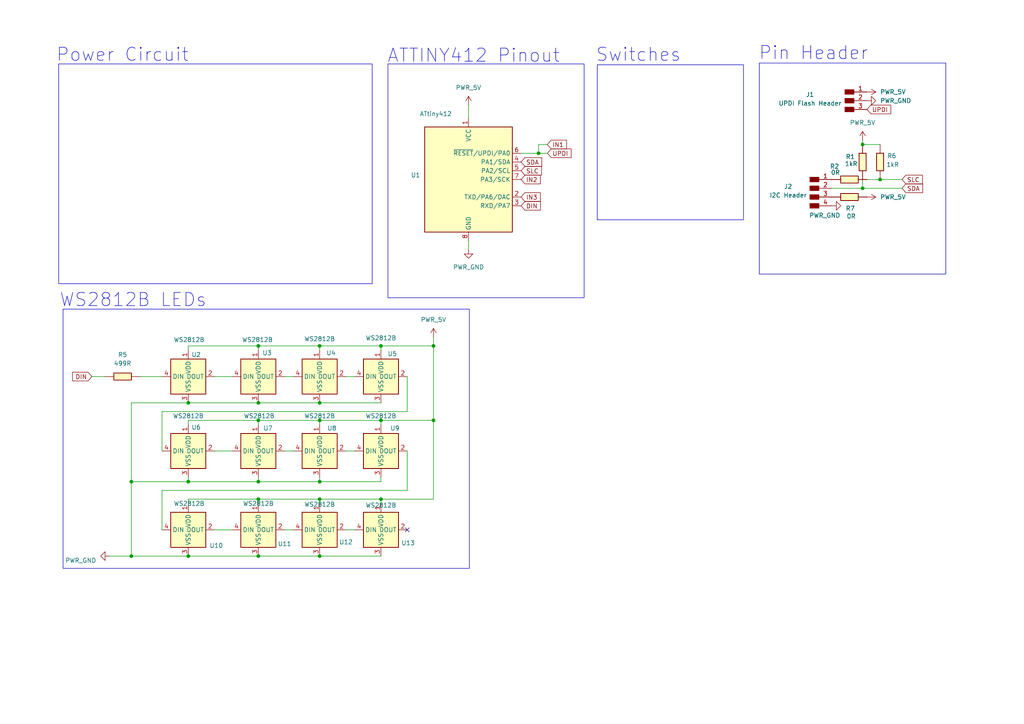
<source format=kicad_sch>
(kicad_sch (version 20250114) (generator "eeschema") (generator_version "9.0")
  (paper "A4")
  (lib_symbols
    (symbol "fab:LED_ADDR_Worldsemi_WS2812B"
      (property "Reference" "U" (at -5.08 5.715 0))
      (property "Value" "LED_ADDR_Worldsemi_WS2812B" (at 0.635 5.715 0))
      (symbol "LED_ADDR_Worldsemi_WS2812B_0_1"
        (rectangle (start -5.08 5.08) (end 5.08 -5.08) (stroke (width 0.254)) (fill (type background)))
      )
      (symbol "LED_ADDR_Worldsemi_WS2812B_1_1"
        (pin input line (at -7.62 0 0) (length 2.54) (name "DIN") (number "4"))
        (pin power_in line (at 0 7.62 270) (length 2.54) (name "VDD") (number "1"))
        (pin power_in line (at 0 -7.62 90) (length 2.54) (name "VSS") (number "3"))
        (pin output line (at 7.62 0 180) (length 2.54) (name "DOUT") (number "2"))
      )
    )
    (symbol "fab:Microcontroller_ATtiny412_SSFR"
      (property "Reference" "U" (at -12.7 17.78 0))
      (property "Value" "Microcontroller_ATtiny412_SSFR" (at 2.54 17.78 0))
      (symbol "Microcontroller_ATtiny412_SSFR_0_1"
        (rectangle (start -12.7 -15.24) (end 12.7 15.24) (stroke (width 0.254)) (fill (type background)))
      )
      (symbol "Microcontroller_ATtiny412_SSFR_1_1"
        (pin power_in line (at 0 17.78 270) (length 2.54) (name "VCC") (number "1"))
        (pin power_in line (at 0 -17.78 90) (length 2.54) (name "GND") (number "8"))
        (pin bidirectional line (at 15.24 7.62 180) (length 2.54) (name "~{RESET}/UPDI/PA0") (number "6"))
        (pin bidirectional line (at 15.24 5.08 180) (length 2.54) (name "PA1/SDA") (number "4"))
        (pin bidirectional line (at 15.24 2.54 180) (length 2.54) (name "PA2/SCL") (number "5"))
        (pin bidirectional line (at 15.24 0 180) (length 2.54) (name "PA3/SCK") (number "7"))
        (pin bidirectional line (at 15.24 -5.08 180) (length 2.54) (name "TXD/PA6/DAC") (number "2"))
        (pin bidirectional line (at 15.24 -7.62 180) (length 2.54) (name "RXD/PA7") (number "3"))
      )
    )
    (symbol "fab:PWR_5V" (power) (pin_names (offset 0))
      (property "Value" "PWR_5V" (at 0 3.556 0))
      (symbol "PWR_5V_0_1"
        (polyline (pts (xy -0.762 1.27) (xy 0 2.54)))
        (polyline (pts (xy 0 2.54) (xy 0.762 1.27)))
        (polyline (pts (xy 0 0) (xy 0 2.54)))
      )
      (symbol "PWR_5V_1_1"
        (pin power_in line (at 0 0 90) (length 0) (hide yes) (name "PWR_5V") (number "1"))
      )
    )
    (symbol "fab:PWR_GND" (power) (pin_names (offset 0))
      (property "Value" "PWR_GND" (at 0 -3.81 0))
      (symbol "PWR_GND_0_1"
        (polyline (pts (xy 0 0) (xy 0 -1.27) (xy 1.27 -1.27) (xy 0 -2.54) (xy -1.27 -1.27) (xy 0 -1.27)))
      )
      (symbol "PWR_GND_1_1"
        (pin power_in line (at 0 0 270) (length 0) (hide yes) (name "PWR_GND") (number "1"))
      )
    )
    (symbol "fab:PinHeader_01x03_P2.54mm_Vertical_THT_D1.4mm" (pin_names (hide yes))
      (property "Reference" "J" (at 0 5.08 0))
      (property "Value" "PinHeader_01x03_P2.54mm_Vertical_THT_D1.4mm" (at 0 -5.08 0))
      (symbol "PinHeader_01x03_P2.54mm_Vertical_THT_D1.4mm_1_1"
        (rectangle (start -1.27 3.175) (end 1.27 1.905) (stroke (width 0.254)) (fill (type outline)))
        (rectangle (start -1.27 0.635) (end 1.27 -0.635) (stroke (width 0.254)) (fill (type outline)))
        (rectangle (start -1.27 -1.905) (end 1.27 -3.175) (stroke (width 0.254)) (fill (type outline)))
        (pin passive line (at 5.08 2.54 180) (length 3.81) (name "Pin_1") (number "1"))
        (pin passive line (at 5.08 0 180) (length 3.81) (name "Pin_2") (number "2"))
        (pin passive line (at 5.08 -2.54 180) (length 3.81) (name "Pin_3") (number "3"))
      )
    )
    (symbol "fab:PinHeader_01x04_P2.54mm_Vertical_THT_D1.4mm" (pin_names (hide yes))
      (property "Reference" "J" (at 0 5.08 0))
      (property "Value" "PinHeader_01x04_P2.54mm_Vertical_THT_D1.4mm" (at 0 -7.62 0))
      (symbol "PinHeader_01x04_P2.54mm_Vertical_THT_D1.4mm_1_1"
        (rectangle (start -1.27 3.175) (end 1.27 1.905) (stroke (width 0.254)) (fill (type outline)))
        (rectangle (start -1.27 0.635) (end 1.27 -0.635) (stroke (width 0.254)) (fill (type outline)))
        (rectangle (start -1.27 -1.905) (end 1.27 -3.175) (stroke (width 0.254)) (fill (type outline)))
        (rectangle (start -1.27 -4.445) (end 1.27 -5.715) (stroke (width 0.254)) (fill (type outline)))
        (pin passive line (at 5.08 2.54 180) (length 3.81) (name "Pin_1") (number "1"))
        (pin passive line (at 5.08 0 180) (length 3.81) (name "Pin_2") (number "2"))
        (pin passive line (at 5.08 -2.54 180) (length 3.81) (name "Pin_3") (number "3"))
        (pin passive line (at 5.08 -5.08 180) (length 3.81) (name "Pin_4") (number "4"))
      )
    )
    (symbol "fab:R_1206" (pin_numbers (hide yes)) (pin_names (offset 0))
      (property "Reference" "R" (at 2.54 0 90))
      (property "Value" "R_1206" (at -2.54 0 90))
      (symbol "R_1206_0_1"
        (rectangle (start -1.016 -2.54) (end 1.016 2.54) (stroke (width 0.254)) (fill (type background)))
      )
      (symbol "R_1206_1_1"
        (pin passive line (at 0 5.08 270) (length 2.54) (name "~") (number "1"))
        (pin passive line (at 0 -5.08 90) (length 2.54) (name "~") (number "2"))
      )
    )
  )
  (rectangle (start 173.228 18.796) (end 215.646 63.754))
  (rectangle (start 112.522 18.542) (end 169.418 86.36))
  (rectangle (start 17.018 18.542) (end 107.95 82.296))
  (rectangle (start 220.218 18.288) (end 274.32 79.502))
  (rectangle (start 18.288 89.662) (end 136.144 164.846))
  (text "Pin Header" (at 235.966 15.494 0) (effects (font (size 3.81 3.81))))
  (text "Power Circuit\n" (at 35.56 16.002 0) (effects (font (size 3.81 3.81))))
  (text "ATTINY412 Pinout" (at 137.414 16.256 0) (effects (font (size 3.81 3.81))))
  (text "WS2812B LEDs" (at 38.608 87.122 0) (effects (font (size 3.81 3.81))))
  (text "Switches\n" (at 185.166 16.002 0) (effects (font (size 3.81 3.81))))
  (junction (at 54.61 139.7))
  (junction (at 250.19 41.91))
  (junction (at 38.1 161.29))
  (junction (at 156.21 44.45))
  (junction (at 74.93 121.92))
  (junction (at 255.27 52.07))
  (junction (at 92.71 139.7))
  (junction (at 92.71 144.78))
  (junction (at 110.49 100.33))
  (junction (at 92.71 116.84))
  (junction (at 92.71 100.33))
  (junction (at 92.71 121.92))
  (junction (at 54.61 161.29))
  (junction (at 125.73 121.92))
  (junction (at 74.93 116.84))
  (junction (at 74.93 100.33))
  (junction (at 110.49 144.78))
  (junction (at 54.61 116.84))
  (junction (at 74.93 144.78))
  (junction (at 125.73 100.33))
  (junction (at 74.93 161.29))
  (junction (at 110.49 121.92))
  (junction (at 250.19 54.61))
  (junction (at 92.71 161.29))
  (junction (at 74.93 139.7))
  (junction (at 38.1 139.7))
  (no_connect (at 118.11 153.67))
  (wire (pts (xy 74.93 121.92) (xy 92.71 121.92)))
  (wire (pts (xy 74.93 100.33) (xy 92.71 100.33)))
  (wire (pts (xy 100.33 153.67) (xy 102.87 153.67)))
  (wire (pts (xy 100.33 130.81) (xy 102.87 130.81)))
  (wire (pts (xy 118.11 119.38) (xy 46.99 119.38)))
  (wire (pts (xy 38.1 139.7) (xy 54.61 139.7)))
  (wire (pts (xy 251.46 52.07) (xy 255.27 52.07)))
  (wire (pts (xy 92.71 116.84) (xy 110.49 116.84)))
  (wire (pts (xy 250.19 41.91) (xy 255.27 41.91)))
  (wire (pts (xy 125.73 100.33) (xy 125.73 121.92)))
  (wire (pts (xy 54.61 144.78) (xy 74.93 144.78)))
  (wire (pts (xy 26.67 109.22) (xy 30.48 109.22)))
  (wire (pts (xy 46.99 142.24) (xy 46.99 153.67)))
  (wire (pts (xy 54.61 139.7) (xy 54.61 138.43)))
  (wire (pts (xy 54.61 121.92) (xy 54.61 123.19)))
  (wire (pts (xy 40.64 109.22) (xy 46.99 109.22)))
  (wire (pts (xy 156.21 44.45) (xy 158.75 44.45)))
  (wire (pts (xy 92.71 121.92) (xy 92.71 123.19)))
  (wire (pts (xy 100.33 109.22) (xy 102.87 109.22)))
  (wire (pts (xy 54.61 139.7) (xy 74.93 139.7)))
  (wire (pts (xy 54.61 144.78) (xy 54.61 146.05)))
  (wire (pts (xy 54.61 116.84) (xy 74.93 116.84)))
  (wire (pts (xy 74.93 144.78) (xy 92.71 144.78)))
  (wire (pts (xy 92.71 139.7) (xy 92.71 138.43)))
  (wire (pts (xy 156.21 41.91) (xy 158.75 41.91)))
  (wire (pts (xy 110.49 100.33) (xy 110.49 101.6)))
  (wire (pts (xy 118.11 109.22) (xy 118.11 119.38)))
  (wire (pts (xy 110.49 100.33) (xy 125.73 100.33)))
  (wire (pts (xy 92.71 121.92) (xy 110.49 121.92)))
  (wire (pts (xy 250.19 52.07) (xy 250.19 54.61)))
  (wire (pts (xy 62.23 153.67) (xy 67.31 153.67)))
  (wire (pts (xy 74.93 100.33) (xy 74.93 101.6)))
  (wire (pts (xy 92.71 100.33) (xy 110.49 100.33)))
  (wire (pts (xy 62.23 109.22) (xy 67.31 109.22)))
  (wire (pts (xy 54.61 161.29) (xy 74.93 161.29)))
  (wire (pts (xy 54.61 100.33) (xy 54.61 101.6)))
  (wire (pts (xy 110.49 144.78) (xy 110.49 146.05)))
  (wire (pts (xy 54.61 121.92) (xy 74.93 121.92)))
  (wire (pts (xy 118.11 130.81) (xy 118.11 142.24)))
  (wire (pts (xy 82.55 130.81) (xy 85.09 130.81)))
  (wire (pts (xy 255.27 52.07) (xy 261.62 52.07)))
  (wire (pts (xy 110.49 121.92) (xy 110.49 123.19)))
  (wire (pts (xy 110.49 139.7) (xy 110.49 138.43)))
  (wire (pts (xy 74.93 139.7) (xy 92.71 139.7)))
  (wire (pts (xy 74.93 139.7) (xy 74.93 138.43)))
  (wire (pts (xy 151.13 44.45) (xy 156.21 44.45)))
  (wire (pts (xy 31.75 161.29) (xy 38.1 161.29)))
  (wire (pts (xy 62.23 130.81) (xy 67.31 130.81)))
  (wire (pts (xy 92.71 161.29) (xy 110.49 161.29)))
  (wire (pts (xy 92.71 100.33) (xy 92.71 101.6)))
  (wire (pts (xy 82.55 153.67) (xy 85.09 153.67)))
  (wire (pts (xy 92.71 144.78) (xy 110.49 144.78)))
  (wire (pts (xy 54.61 100.33) (xy 74.93 100.33)))
  (wire (pts (xy 38.1 161.29) (xy 54.61 161.29)))
  (wire (pts (xy 46.99 119.38) (xy 46.99 130.81)))
  (wire (pts (xy 92.71 139.7) (xy 110.49 139.7)))
  (wire (pts (xy 241.3 54.61) (xy 250.19 54.61)))
  (wire (pts (xy 118.11 142.24) (xy 46.99 142.24)))
  (wire (pts (xy 38.1 116.84) (xy 54.61 116.84)))
  (wire (pts (xy 92.71 144.78) (xy 92.71 146.05)))
  (wire (pts (xy 156.21 41.91) (xy 156.21 44.45)))
  (wire (pts (xy 74.93 116.84) (xy 92.71 116.84)))
  (wire (pts (xy 250.19 40.64) (xy 250.19 41.91)))
  (wire (pts (xy 74.93 161.29) (xy 92.71 161.29)))
  (wire (pts (xy 250.19 54.61) (xy 261.62 54.61)))
  (wire (pts (xy 125.73 121.92) (xy 125.73 144.78)))
  (wire (pts (xy 135.89 69.85) (xy 135.89 72.39)))
  (wire (pts (xy 74.93 121.92) (xy 74.93 123.19)))
  (wire (pts (xy 74.93 144.78) (xy 74.93 146.05)))
  (wire (pts (xy 125.73 100.33) (xy 125.73 97.79)))
  (wire (pts (xy 38.1 116.84) (xy 38.1 139.7)))
  (wire (pts (xy 38.1 139.7) (xy 38.1 161.29)))
  (wire (pts (xy 110.49 121.92) (xy 125.73 121.92)))
  (wire (pts (xy 110.49 144.78) (xy 125.73 144.78)))
  (wire (pts (xy 82.55 109.22) (xy 85.09 109.22)))
  (wire (pts (xy 135.89 30.48) (xy 135.89 34.29)))
  (global_label "DIN" (shape input) (at 151.13 59.69 0) (property "Intersheetrefs" "${INTERSHEET_REFS}" (effects (hide yes))))
  (global_label "SDA" (shape input) (at 261.62 54.61 0) (property "Intersheetrefs" "${INTERSHEET_REFS}" (effects (hide yes))))
  (global_label "IN3" (shape input) (at 151.13 57.15 0) (property "Intersheetrefs" "${INTERSHEET_REFS}" (effects (hide yes))))
  (global_label "SLC" (shape input) (at 261.62 52.07 0) (property "Intersheetrefs" "${INTERSHEET_REFS}" (effects (hide yes))))
  (global_label "SDA" (shape input) (at 151.13 46.99 0) (property "Intersheetrefs" "${INTERSHEET_REFS}" (effects (hide yes))))
  (global_label "UPDI" (shape input) (at 251.46 31.75 0) (property "Intersheetrefs" "${INTERSHEET_REFS}" (effects (hide yes))))
  (global_label "IN1" (shape input) (at 158.75 41.91 0) (property "Intersheetrefs" "${INTERSHEET_REFS}" (effects (hide yes))))
  (global_label "SLC" (shape input) (at 151.13 49.53 0) (property "Intersheetrefs" "${INTERSHEET_REFS}" (effects (hide yes))))
  (global_label "DIN" (shape input) (at 26.67 109.22 180) (property "Intersheetrefs" "${INTERSHEET_REFS}" (effects (hide yes))))
  (global_label "UPDI" (shape input) (at 158.75 44.45 0) (property "Intersheetrefs" "${INTERSHEET_REFS}" (effects (hide yes))))
  (global_label "IN2" (shape input) (at 151.13 52.07 0) (property "Intersheetrefs" "${INTERSHEET_REFS}" (effects (hide yes))))
  (symbol (lib_id "fab:LED_ADDR_Worldsemi_WS2812B") (at 92.71 109.22 0) (unit 1)
    (property "Reference" "U4" (at 96.012 102.362 0))
    (property "Value" "WS2812B" (at 92.71 98.298 0))
    (property "Footprint" "fab:LED_ADDR_Worldsemi_WS2812B" (effects (hide yes)))
    (property "Datasheet" "http://cdn.sparkfun.com/datasheets/BreakoutBoards/WS2812B.pdf" (effects (hide yes)))
    (property "Description" "Worldsemi WS2812B, Adafruit Industries LLC ADDRESS LED SERIAL RGB 100PK" (effects (hide yes)))
  )
  (symbol (lib_id "fab:LED_ADDR_Worldsemi_WS2812B") (at 74.93 153.67 0) (unit 1)
    (property "Reference" "U11" (at 82.55 157.734 0))
    (property "Value" "WS2812B" (at 74.93 146.05 0))
    (property "Footprint" "fab:LED_ADDR_Worldsemi_WS2812B" (effects (hide yes)))
    (property "Datasheet" "http://cdn.sparkfun.com/datasheets/BreakoutBoards/WS2812B.pdf" (effects (hide yes)))
    (property "Description" "Worldsemi WS2812B, Adafruit Industries LLC ADDRESS LED SERIAL RGB 100PK" (effects (hide yes)))
  )
  (symbol (lib_id "fab:R_1206") (at 246.38 52.07 270) (unit 1)
    (property "Reference" "R2" (at 242.062 48.26 90))
    (property "Value" "0R" (at 242.316 50.038 90))
    (property "Footprint" "fab:R_1206" (effects (hide yes)))
    (property "Description" "Resistor" (effects (hide yes)))
  )
  (symbol (lib_id "fab:R_1206") (at 35.56 109.22 90) (unit 1)
    (property "Reference" "R5" (at 35.56 102.87 90))
    (property "Value" "499R" (at 35.56 105.41 90))
    (property "Footprint" "fab:R_1206" (effects (hide yes)))
    (property "Description" "Resistor" (effects (hide yes)))
  )
  (symbol (lib_id "fab:LED_ADDR_Worldsemi_WS2812B") (at 74.93 130.81 0) (unit 1)
    (property "Reference" "U7" (at 77.724 124.206 0))
    (property "Value" "WS2812B" (at 75.184 120.65 0))
    (property "Footprint" "fab:LED_ADDR_Worldsemi_WS2812B" (effects (hide yes)))
    (property "Datasheet" "http://cdn.sparkfun.com/datasheets/BreakoutBoards/WS2812B.pdf" (effects (hide yes)))
    (property "Description" "Worldsemi WS2812B, Adafruit Industries LLC ADDRESS LED SERIAL RGB 100PK" (effects (hide yes)))
  )
  (symbol (lib_id "fab:PWR_5V") (at 251.46 57.15 270) (unit 1)
    (property "Reference" "#PWR03" (effects (hide yes)))
    (property "Value" "PWR_5V" (at 255.27 57.1499 90) (effects (justify left)))
    (property "Description" "Power symbol creates a global label with name \"+5V\"" (effects (hide yes)))
  )
  (symbol (lib_id "fab:PinHeader_01x03_P2.54mm_Vertical_THT_D1.4mm") (at 246.38 29.21 0) (unit 1)
    (property "Reference" "J1" (at 234.95 27.432 0))
    (property "Value" "UPDI Flash Header" (at 234.95 29.972 0))
    (property "Footprint" "fab:PinHeader_01x03_P2.54mm_Vertical_THT_D1.4mm" (effects (hide yes)))
    (property "Description" "Male connector, single row" (effects (hide yes)))
  )
  (symbol (lib_id "fab:LED_ADDR_Worldsemi_WS2812B") (at 92.71 153.67 0) (unit 1)
    (property "Reference" "U12" (at 100.33 157.226 0))
    (property "Value" "WS2812B" (at 92.71 146.304 0))
    (property "Footprint" "fab:LED_ADDR_Worldsemi_WS2812B" (effects (hide yes)))
    (property "Datasheet" "http://cdn.sparkfun.com/datasheets/BreakoutBoards/WS2812B.pdf" (effects (hide yes)))
    (property "Description" "Worldsemi WS2812B, Adafruit Industries LLC ADDRESS LED SERIAL RGB 100PK" (effects (hide yes)))
  )
  (symbol (lib_id "fab:R_1206") (at 246.38 57.15 270) (unit 1)
    (property "Reference" "R7" (at 246.634 60.452 90))
    (property "Value" "0R" (at 246.888 62.738 90))
    (property "Footprint" "fab:R_1206" (effects (hide yes)))
    (property "Description" "Resistor" (effects (hide yes)))
  )
  (symbol (lib_id "fab:Microcontroller_ATtiny412_SSFR") (at 135.89 52.07 0) (unit 1)
    (property "Reference" "U1" (at 121.92 50.7999 0) (effects (justify right)))
    (property "Value" "ATtiny412" (at 131.064 33.02 0) (effects (justify right)))
    (property "Footprint" "fab:SOIC-8_3.9x4.9mm_P1.27mm" (effects (hide yes)))
    (property "Datasheet" "http://ww1.microchip.com/downloads/en/DeviceDoc/40001911A.pdf" (effects (hide yes)))
    (property "Description" "AVR tinyAVR™ 1 Microcontroller IC 8-Bit 20MHz 4KB (4K x 8) FLASH 8-SOIC" (effects (hide yes)))
  )
  (symbol (lib_id "fab:PWR_5V") (at 135.89 30.48 0) (unit 1)
    (property "Reference" "#PWR02" (effects (hide yes)))
    (property "Value" "PWR_5V" (at 135.89 25.4 0))
    (property "Description" "Power symbol creates a global label with name \"+5V\"" (effects (hide yes)))
  )
  (symbol (lib_id "fab:LED_ADDR_Worldsemi_WS2812B") (at 74.93 109.22 0) (unit 1)
    (property "Reference" "U3" (at 77.47 102.362 0))
    (property "Value" "WS2812B" (at 74.676 98.552 0))
    (property "Footprint" "fab:LED_ADDR_Worldsemi_WS2812B" (effects (hide yes)))
    (property "Datasheet" "http://cdn.sparkfun.com/datasheets/BreakoutBoards/WS2812B.pdf" (effects (hide yes)))
    (property "Description" "Worldsemi WS2812B, Adafruit Industries LLC ADDRESS LED SERIAL RGB 100PK" (effects (hide yes)))
  )
  (symbol (lib_id "fab:LED_ADDR_Worldsemi_WS2812B") (at 54.61 153.67 0) (unit 1)
    (property "Reference" "U10" (at 62.738 158.242 0))
    (property "Value" "WS2812B" (at 54.864 146.05 0))
    (property "Footprint" "fab:LED_ADDR_Worldsemi_WS2812B" (effects (hide yes)))
    (property "Datasheet" "http://cdn.sparkfun.com/datasheets/BreakoutBoards/WS2812B.pdf" (effects (hide yes)))
    (property "Description" "Worldsemi WS2812B, Adafruit Industries LLC ADDRESS LED SERIAL RGB 100PK" (effects (hide yes)))
  )
  (symbol (lib_id "fab:LED_ADDR_Worldsemi_WS2812B") (at 92.71 130.81 0) (unit 1)
    (property "Reference" "U8" (at 96.266 124.206 0))
    (property "Value" "WS2812B" (at 92.71 120.65 0))
    (property "Footprint" "fab:LED_ADDR_Worldsemi_WS2812B" (effects (hide yes)))
    (property "Datasheet" "http://cdn.sparkfun.com/datasheets/BreakoutBoards/WS2812B.pdf" (effects (hide yes)))
    (property "Description" "Worldsemi WS2812B, Adafruit Industries LLC ADDRESS LED SERIAL RGB 100PK" (effects (hide yes)))
  )
  (symbol (lib_id "fab:PinHeader_01x04_P2.54mm_Vertical_THT_D1.4mm") (at 236.22 54.61 0) (unit 1)
    (property "Reference" "J2" (at 228.6 54.102 0))
    (property "Value" "I2C Header" (at 228.6 56.642 0))
    (property "Footprint" "fab:PinHeader_01x04_P2.54mm_Vertical_THT_D1.4mm" (effects (hide yes)))
    (property "Description" "Male connector, single row" (effects (hide yes)))
  )
  (symbol (lib_id "fab:PWR_GND") (at 135.89 72.39 0) (unit 1)
    (property "Reference" "#PWR08" (effects (hide yes)))
    (property "Value" "PWR_GND" (at 135.89 77.47 0))
    (property "Description" "Power symbol creates a global label with name \"GND\" , ground" (effects (hide yes)))
  )
  (symbol (lib_id "fab:LED_ADDR_Worldsemi_WS2812B") (at 54.61 130.81 0) (unit 1)
    (property "Reference" "U6" (at 56.896 123.952 0))
    (property "Value" "WS2812B" (at 54.61 120.65 0))
    (property "Footprint" "fab:LED_ADDR_Worldsemi_WS2812B" (effects (hide yes)))
    (property "Datasheet" "http://cdn.sparkfun.com/datasheets/BreakoutBoards/WS2812B.pdf" (effects (hide yes)))
    (property "Description" "Worldsemi WS2812B, Adafruit Industries LLC ADDRESS LED SERIAL RGB 100PK" (effects (hide yes)))
  )
  (symbol (lib_id "fab:PWR_GND") (at 241.3 59.69 90) (unit 1)
    (property "Reference" "#PWR015" (effects (hide yes)))
    (property "Value" "PWR_GND" (at 234.696 62.484 90) (effects (justify right)))
    (property "Description" "Power symbol creates a global label with name \"GND\" , ground" (effects (hide yes)))
  )
  (symbol (lib_id "fab:LED_ADDR_Worldsemi_WS2812B") (at 110.49 109.22 0) (unit 1)
    (property "Reference" "U5" (at 113.792 102.616 0))
    (property "Value" "WS2812B" (at 110.49 98.044 0))
    (property "Footprint" "fab:LED_ADDR_Worldsemi_WS2812B" (effects (hide yes)))
    (property "Datasheet" "http://cdn.sparkfun.com/datasheets/BreakoutBoards/WS2812B.pdf" (effects (hide yes)))
    (property "Description" "Worldsemi WS2812B, Adafruit Industries LLC ADDRESS LED SERIAL RGB 100PK" (effects (hide yes)))
  )
  (symbol (lib_id "fab:R_1206") (at 255.27 46.99 0) (unit 1)
    (property "Reference" "R6" (at 257.302 45.212 0) (effects (justify left)))
    (property "Value" "1kR" (at 257.048 47.752 0) (effects (justify left)))
    (property "Footprint" "fab:R_1206" (effects (hide yes)))
    (property "Description" "Resistor" (effects (hide yes)))
  )
  (symbol (lib_id "fab:PWR_GND") (at 31.75 161.29 270) (unit 1)
    (property "Reference" "#PWR010" (effects (hide yes)))
    (property "Value" "PWR_GND" (at 27.94 162.5599 90) (effects (justify right)))
    (property "Description" "Power symbol creates a global label with name \"GND\" , ground" (effects (hide yes)))
  )
  (symbol (lib_id "fab:PWR_5V") (at 125.73 97.79 0) (unit 1)
    (property "Reference" "#PWR011" (effects (hide yes)))
    (property "Value" "PWR_5V" (at 125.73 92.71 0))
    (property "Description" "Power symbol creates a global label with name \"+5V\"" (effects (hide yes)))
  )
  (symbol (lib_id "fab:PWR_GND") (at 251.46 29.21 90) (unit 1)
    (property "Reference" "#PWR012" (effects (hide yes)))
    (property "Value" "PWR_GND" (at 255.27 29.2099 90) (effects (justify right)))
    (property "Description" "Power symbol creates a global label with name \"GND\" , ground" (effects (hide yes)))
  )
  (symbol (lib_id "fab:PWR_5V") (at 251.46 26.67 270) (unit 1)
    (property "Reference" "#PWR09" (effects (hide yes)))
    (property "Value" "PWR_5V" (at 255.27 26.6699 90) (effects (justify left)))
    (property "Description" "Power symbol creates a global label with name \"+5V\"" (effects (hide yes)))
  )
  (symbol (lib_id "fab:LED_ADDR_Worldsemi_WS2812B") (at 110.49 130.81 0) (unit 1)
    (property "Reference" "U9" (at 114.554 124.206 0))
    (property "Value" "WS2812B" (at 110.49 120.65 0))
    (property "Footprint" "fab:LED_ADDR_Worldsemi_WS2812B" (effects (hide yes)))
    (property "Datasheet" "http://cdn.sparkfun.com/datasheets/BreakoutBoards/WS2812B.pdf" (effects (hide yes)))
    (property "Description" "Worldsemi WS2812B, Adafruit Industries LLC ADDRESS LED SERIAL RGB 100PK" (effects (hide yes)))
  )
  (symbol (lib_id "fab:PWR_5V") (at 250.19 40.64 0) (unit 1)
    (property "Reference" "#PWR07" (effects (hide yes)))
    (property "Value" "PWR_5V" (at 250.19 35.56 0))
    (property "Description" "Power symbol creates a global label with name \"+5V\"" (effects (hide yes)))
  )
  (symbol (lib_id "fab:LED_ADDR_Worldsemi_WS2812B") (at 110.49 153.67 0) (unit 1)
    (property "Reference" "U13" (at 118.364 157.48 0))
    (property "Value" "WS2812B" (at 110.49 146.558 0))
    (property "Footprint" "fab:LED_ADDR_Worldsemi_WS2812B" (effects (hide yes)))
    (property "Datasheet" "http://cdn.sparkfun.com/datasheets/BreakoutBoards/WS2812B.pdf" (effects (hide yes)))
    (property "Description" "Worldsemi WS2812B, Adafruit Industries LLC ADDRESS LED SERIAL RGB 100PK" (effects (hide yes)))
  )
  (symbol (lib_id "fab:R_1206") (at 250.19 46.99 0) (unit 1)
    (property "Reference" "R1" (at 246.634 45.466 0))
    (property "Value" "1kR" (at 246.888 47.498 0))
    (property "Footprint" "fab:R_1206" (effects (hide yes)))
    (property "Description" "Resistor" (effects (hide yes)))
  )
  (symbol (lib_id "fab:LED_ADDR_Worldsemi_WS2812B") (at 54.61 109.22 0) (unit 1)
    (property "Reference" "U2" (at 56.896 102.87 0))
    (property "Value" "WS2812B" (at 54.864 98.552 0))
    (property "Footprint" "fab:LED_ADDR_Worldsemi_WS2812B" (effects (hide yes)))
    (property "Datasheet" "http://cdn.sparkfun.com/datasheets/BreakoutBoards/WS2812B.pdf" (effects (hide yes)))
    (property "Description" "Worldsemi WS2812B, Adafruit Industries LLC ADDRESS LED SERIAL RGB 100PK" (effects (hide yes)))
  )
)
</source>
